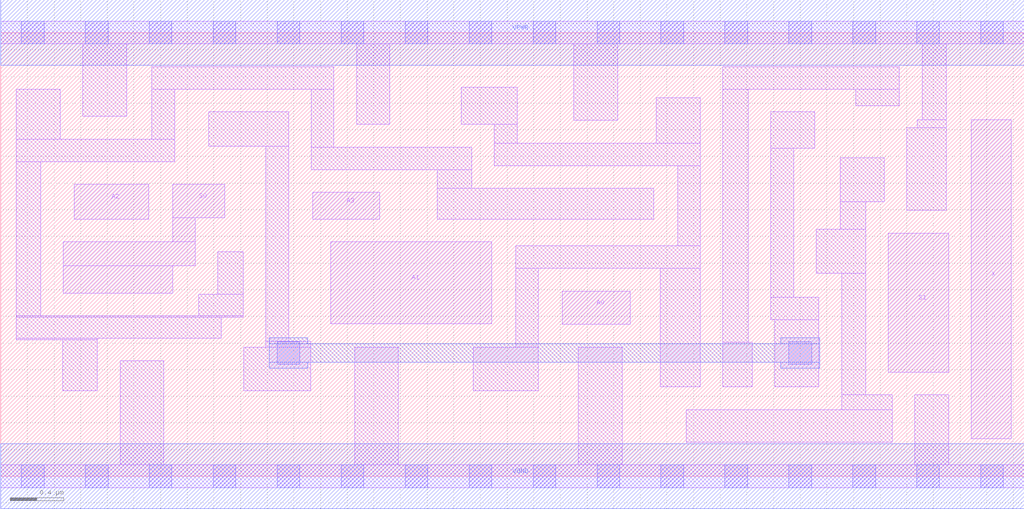
<source format=lef>
# Copyright 2020 The SkyWater PDK Authors
#
# Licensed under the Apache License, Version 2.0 (the "License");
# you may not use this file except in compliance with the License.
# You may obtain a copy of the License at
#
#     https://www.apache.org/licenses/LICENSE-2.0
#
# Unless required by applicable law or agreed to in writing, software
# distributed under the License is distributed on an "AS IS" BASIS,
# WITHOUT WARRANTIES OR CONDITIONS OF ANY KIND, either express or implied.
# See the License for the specific language governing permissions and
# limitations under the License.
#
# SPDX-License-Identifier: Apache-2.0

VERSION 5.7 ;
  NAMESCASESENSITIVE ON ;
  NOWIREEXTENSIONATPIN ON ;
  DIVIDERCHAR "/" ;
  BUSBITCHARS "[]" ;
UNITS
  DATABASE MICRONS 200 ;
END UNITS
MACRO sky130_fd_sc_lp__mux4_0
  CLASS CORE ;
  SOURCE USER ;
  FOREIGN sky130_fd_sc_lp__mux4_0 ;
  ORIGIN  0.000000  0.000000 ;
  SIZE  7.680000 BY  3.330000 ;
  SYMMETRY X Y R90 ;
  SITE unit ;
  PIN A0
    ANTENNAGATEAREA  0.126000 ;
    DIRECTION INPUT ;
    USE SIGNAL ;
    PORT
      LAYER li1 ;
        RECT 4.215000 1.140000 4.725000 1.390000 ;
    END
  END A0
  PIN A1
    ANTENNAGATEAREA  0.126000 ;
    DIRECTION INPUT ;
    USE SIGNAL ;
    PORT
      LAYER li1 ;
        RECT 2.475000 1.145000 3.685000 1.760000 ;
    END
  END A1
  PIN A2
    ANTENNAGATEAREA  0.126000 ;
    DIRECTION INPUT ;
    USE SIGNAL ;
    PORT
      LAYER li1 ;
        RECT 0.550000 1.930000 1.110000 2.190000 ;
    END
  END A2
  PIN A3
    ANTENNAGATEAREA  0.126000 ;
    DIRECTION INPUT ;
    USE SIGNAL ;
    PORT
      LAYER li1 ;
        RECT 2.340000 1.930000 2.845000 2.130000 ;
    END
  END A3
  PIN S0
    ANTENNAGATEAREA  0.378000 ;
    DIRECTION INPUT ;
    USE SIGNAL ;
    PORT
      LAYER li1 ;
        RECT 0.470000 1.375000 1.290000 1.580000 ;
        RECT 0.470000 1.580000 1.460000 1.760000 ;
        RECT 1.290000 1.760000 1.460000 1.940000 ;
        RECT 1.290000 1.940000 1.680000 2.190000 ;
    END
  END S0
  PIN S1
    ANTENNAGATEAREA  0.252000 ;
    DIRECTION INPUT ;
    USE SIGNAL ;
    PORT
      LAYER li1 ;
        RECT 6.660000 0.780000 7.115000 1.825000 ;
    END
  END S1
  PIN X
    ANTENNADIFFAREA  0.280900 ;
    DIRECTION OUTPUT ;
    USE SIGNAL ;
    PORT
      LAYER li1 ;
        RECT 7.285000 0.280000 7.585000 2.675000 ;
    END
  END X
  PIN VGND
    DIRECTION INOUT ;
    USE GROUND ;
    PORT
      LAYER met1 ;
        RECT 0.000000 -0.245000 7.680000 0.245000 ;
    END
  END VGND
  PIN VPWR
    DIRECTION INOUT ;
    USE POWER ;
    PORT
      LAYER met1 ;
        RECT 0.000000 3.085000 7.680000 3.575000 ;
    END
  END VPWR
  OBS
    LAYER li1 ;
      RECT 0.000000 -0.085000 7.680000 0.085000 ;
      RECT 0.000000  3.245000 7.680000 3.415000 ;
      RECT 0.115000  1.025000 0.725000 1.035000 ;
      RECT 0.115000  1.035000 1.655000 1.195000 ;
      RECT 0.115000  1.195000 1.820000 1.205000 ;
      RECT 0.115000  1.205000 0.300000 2.360000 ;
      RECT 0.115000  2.360000 1.305000 2.530000 ;
      RECT 0.115000  2.530000 0.445000 2.905000 ;
      RECT 0.465000  0.640000 0.725000 1.025000 ;
      RECT 0.615000  2.700000 0.945000 3.245000 ;
      RECT 0.895000  0.085000 1.225000 0.865000 ;
      RECT 1.135000  2.530000 1.305000 2.905000 ;
      RECT 1.135000  2.905000 2.500000 3.075000 ;
      RECT 1.485000  1.205000 1.820000 1.365000 ;
      RECT 1.560000  2.475000 2.160000 2.735000 ;
      RECT 1.630000  1.365000 1.820000 1.685000 ;
      RECT 1.825000  0.640000 2.325000 0.970000 ;
      RECT 1.990000  0.970000 2.325000 1.015000 ;
      RECT 1.990000  1.015000 2.160000 2.475000 ;
      RECT 2.330000  2.300000 3.535000 2.470000 ;
      RECT 2.330000  2.470000 2.500000 2.905000 ;
      RECT 2.655000  0.085000 2.985000 0.970000 ;
      RECT 2.670000  2.640000 2.920000 3.245000 ;
      RECT 3.275000  1.930000 4.900000 2.160000 ;
      RECT 3.275000  2.160000 3.535000 2.300000 ;
      RECT 3.455000  2.640000 3.875000 2.920000 ;
      RECT 3.545000  0.640000 4.035000 0.970000 ;
      RECT 3.705000  2.330000 5.250000 2.500000 ;
      RECT 3.705000  2.500000 3.875000 2.640000 ;
      RECT 3.865000  0.970000 4.035000 1.560000 ;
      RECT 3.865000  1.560000 5.250000 1.730000 ;
      RECT 4.300000  2.670000 4.630000 3.245000 ;
      RECT 4.335000  0.085000 4.665000 0.970000 ;
      RECT 4.920000  2.500000 5.250000 2.840000 ;
      RECT 4.950000  0.670000 5.250000 1.560000 ;
      RECT 5.080000  1.730000 5.250000 2.330000 ;
      RECT 5.145000  0.255000 6.690000 0.500000 ;
      RECT 5.420000  0.670000 5.640000 1.005000 ;
      RECT 5.420000  1.005000 5.610000 2.905000 ;
      RECT 5.420000  2.905000 6.745000 3.075000 ;
      RECT 5.780000  1.175000 6.140000 1.345000 ;
      RECT 5.780000  1.345000 5.950000 2.460000 ;
      RECT 5.780000  2.460000 6.110000 2.735000 ;
      RECT 5.810000  0.670000 6.140000 1.175000 ;
      RECT 6.120000  1.525000 6.490000 1.855000 ;
      RECT 6.300000  1.855000 6.490000 2.060000 ;
      RECT 6.300000  2.060000 6.630000 2.390000 ;
      RECT 6.310000  0.500000 6.690000 0.610000 ;
      RECT 6.310000  0.610000 6.490000 1.525000 ;
      RECT 6.415000  2.780000 6.745000 2.905000 ;
      RECT 6.800000  1.995000 7.095000 2.615000 ;
      RECT 6.860000  0.085000 7.115000 0.610000 ;
      RECT 6.880000  2.615000 7.095000 2.675000 ;
      RECT 6.915000  2.675000 7.095000 3.245000 ;
    LAYER mcon ;
      RECT 0.155000 -0.085000 0.325000 0.085000 ;
      RECT 0.155000  3.245000 0.325000 3.415000 ;
      RECT 0.635000 -0.085000 0.805000 0.085000 ;
      RECT 0.635000  3.245000 0.805000 3.415000 ;
      RECT 1.115000 -0.085000 1.285000 0.085000 ;
      RECT 1.115000  3.245000 1.285000 3.415000 ;
      RECT 1.595000 -0.085000 1.765000 0.085000 ;
      RECT 1.595000  3.245000 1.765000 3.415000 ;
      RECT 2.075000 -0.085000 2.245000 0.085000 ;
      RECT 2.075000  0.840000 2.245000 1.010000 ;
      RECT 2.075000  3.245000 2.245000 3.415000 ;
      RECT 2.555000 -0.085000 2.725000 0.085000 ;
      RECT 2.555000  3.245000 2.725000 3.415000 ;
      RECT 3.035000 -0.085000 3.205000 0.085000 ;
      RECT 3.035000  3.245000 3.205000 3.415000 ;
      RECT 3.515000 -0.085000 3.685000 0.085000 ;
      RECT 3.515000  3.245000 3.685000 3.415000 ;
      RECT 3.995000 -0.085000 4.165000 0.085000 ;
      RECT 3.995000  3.245000 4.165000 3.415000 ;
      RECT 4.475000 -0.085000 4.645000 0.085000 ;
      RECT 4.475000  3.245000 4.645000 3.415000 ;
      RECT 4.955000 -0.085000 5.125000 0.085000 ;
      RECT 4.955000  3.245000 5.125000 3.415000 ;
      RECT 5.435000 -0.085000 5.605000 0.085000 ;
      RECT 5.435000  3.245000 5.605000 3.415000 ;
      RECT 5.915000 -0.085000 6.085000 0.085000 ;
      RECT 5.915000  0.840000 6.085000 1.010000 ;
      RECT 5.915000  3.245000 6.085000 3.415000 ;
      RECT 6.395000 -0.085000 6.565000 0.085000 ;
      RECT 6.395000  3.245000 6.565000 3.415000 ;
      RECT 6.875000 -0.085000 7.045000 0.085000 ;
      RECT 6.875000  3.245000 7.045000 3.415000 ;
      RECT 7.355000 -0.085000 7.525000 0.085000 ;
      RECT 7.355000  3.245000 7.525000 3.415000 ;
    LAYER met1 ;
      RECT 2.015000 0.810000 2.305000 0.855000 ;
      RECT 2.015000 0.855000 6.145000 0.995000 ;
      RECT 2.015000 0.995000 2.305000 1.040000 ;
      RECT 5.855000 0.810000 6.145000 0.855000 ;
      RECT 5.855000 0.995000 6.145000 1.040000 ;
  END
END sky130_fd_sc_lp__mux4_0
END LIBRARY

</source>
